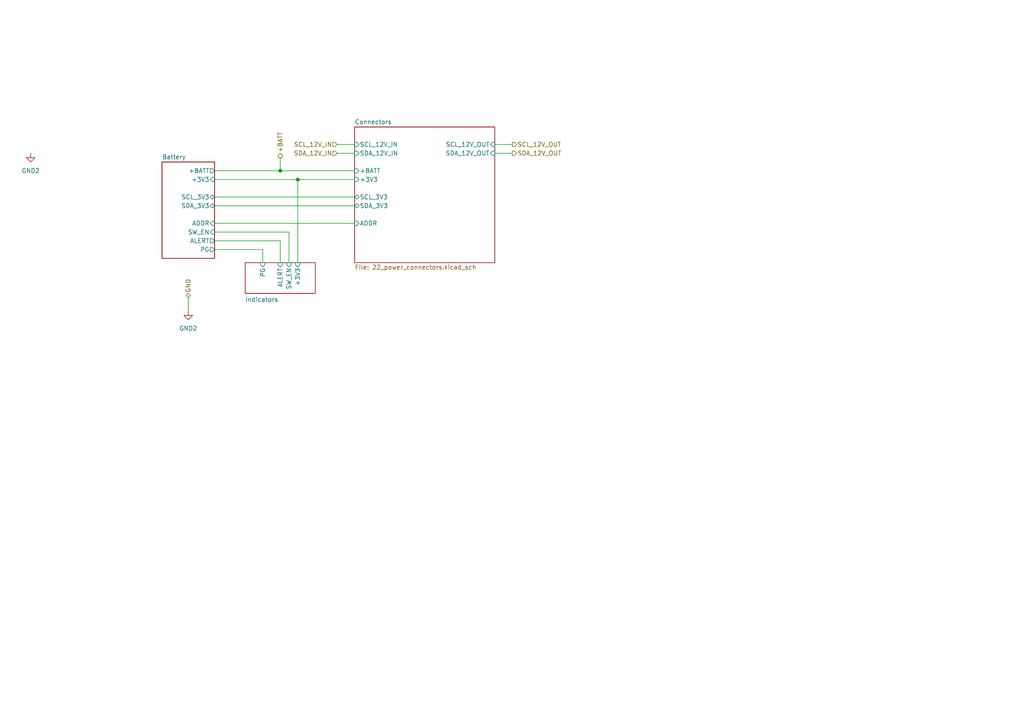
<source format=kicad_sch>
(kicad_sch (version 20230121) (generator eeschema)
  (paper "A4")
  (lib_symbols
    (symbol "power:GND2" (power) (pin_names (offset 0))
      (property "Value" "GND2" (at 0 -3.81 0))
      (symbol "GND2_0_1"
        (polyline (pts (xy 0 0) (xy 0 -1.27) (xy 1.27 -1.27) (xy 0 -2.54) (xy -1.27 -1.27) (xy 0 -1.27)))
      )
      (symbol "GND2_1_1"
        (pin power_in line (at 0 0 270) (length 0) hide (name "GND2") (number "1"))
      )
    )
  )
  (junction (at 81.28 49.53))
  (junction (at 86.36 52.07))
  (wire (pts (xy 62.23 57.15) (xy 102.87 57.15)))
  (wire (pts (xy 86.36 52.07) (xy 102.87 52.07)))
  (wire (pts (xy 54.61 86.36) (xy 54.61 90.17)))
  (wire (pts (xy 62.23 52.07) (xy 86.36 52.07)))
  (wire (pts (xy 62.23 67.31) (xy 83.82 67.31)))
  (wire (pts (xy 76.2 72.39) (xy 76.2 76.2)))
  (wire (pts (xy 86.36 52.07) (xy 86.36 76.2)))
  (wire (pts (xy 97.79 41.91) (xy 102.87 41.91)))
  (wire (pts (xy 143.51 41.91) (xy 148.59 41.91)))
  (wire (pts (xy 62.23 64.77) (xy 102.87 64.77)))
  (wire (pts (xy 81.28 49.53) (xy 81.28 45.72)))
  (wire (pts (xy 62.23 59.69) (xy 102.87 59.69)))
  (wire (pts (xy 97.79 44.45) (xy 102.87 44.45)))
  (wire (pts (xy 83.82 67.31) (xy 83.82 76.2)))
  (wire (pts (xy 143.51 44.45) (xy 148.59 44.45)))
  (wire (pts (xy 62.23 49.53) (xy 81.28 49.53)))
  (wire (pts (xy 81.28 69.85) (xy 62.23 69.85)))
  (wire (pts (xy 81.28 49.53) (xy 102.87 49.53)))
  (wire (pts (xy 81.28 76.2) (xy 81.28 69.85)))
  (wire (pts (xy 62.23 72.39) (xy 76.2 72.39)))
  (hierarchical_label "SCL_12V_OUT" (shape output) (at 148.59 41.91 0))
  (hierarchical_label "SDA_12V_IN" (shape input) (at 97.79 44.45 180))
  (hierarchical_label "GND" (shape bidirectional) (at 54.61 86.36 90))
  (hierarchical_label "+BATT" (shape output) (at 81.28 45.72 90))
  (hierarchical_label "SDA_12V_OUT" (shape output) (at 148.59 44.45 0))
  (hierarchical_label "SCL_12V_IN" (shape input) (at 97.79 41.91 180))
  (symbol (lib_id "power:GND2") (at 8.89 44.45 0) (unit 1)
    (property "Reference" "#PWR0144" (effects hide))
    (property "Value" "GND2" (at 8.89 49.53 0))
  )
  (symbol (lib_id "power:GND2") (at 54.61 90.17 0) (unit 1)
    (property "Reference" "#PWR0145" (effects hide))
    (property "Value" "GND2" (at 54.61 95.25 0))
  )
  (sheet (at 102.87 36.83) (size 40.64 39.37) (stroke (width 0.1524))
    (property "Sheetname" "Connectors" (at 102.87 36.1184 0) (effects (justify left bottom)))
    (property "Sheetfile" "22_power_connectors.kicad_sch" (at 102.87 76.7846 0) (effects (justify left top)))
    (pin "+BATT" input (at 102.87 49.53 180))
    (pin "SCL_12V_IN" input (at 102.87 41.91 180))
    (pin "SDA_12V_IN" input (at 102.87 44.45 180))
    (pin "+3V3" input (at 102.87 52.07 180))
    (pin "SCL_3V3" bidirectional (at 102.87 57.15 180))
    (pin "SDA_3V3" bidirectional (at 102.87 59.69 180))
    (pin "SCL_12V_OUT" input (at 143.51 41.91 0))
    (pin "SDA_12V_OUT" input (at 143.51 44.45 0))
    (pin "ADDR" input (at 102.87 64.77 180))
  )
  (sheet (at 46.99 46.99) (size 15.24 27.94) (stroke (width 0.1524))
    (property "Sheetname" "Battery" (at 46.99 46.2784 0) (effects (justify left bottom)))
    (property "Sheetfile" "21_power_battery.kicad_sch" (effects hide))
    (pin "+3V3" input (at 62.23 52.07 0))
    (pin "SDA_3V3" bidirectional (at 62.23 59.69 0))
    (pin "SCL_3V3" bidirectional (at 62.23 57.15 0))
    (pin "ADDR" input (at 62.23 64.77 0))
    (pin "PG" output (at 62.23 72.39 0))
    (pin "+BATT" output (at 62.23 49.53 0))
    (pin "ALERT" output (at 62.23 69.85 0))
    (pin "SW_EN" input (at 62.23 67.31 0))
  )
  (sheet (at 71.12 76.2) (size 20.32 8.89) (stroke (width 0.1524))
    (property "Sheetname" "Indicators" (at 71.12 87.63 0) (effects (justify left bottom)))
    (property "Sheetfile" "22_power_indicators.kicad_sch" (effects hide))
    (pin "+3V3" input (at 86.36 76.2 90))
    (pin "PG" input (at 76.2 76.2 90))
    (pin "ALERT" input (at 81.28 76.2 90))
    (pin "SW_EN" input (at 83.82 76.2 90))
  )
)
</source>
